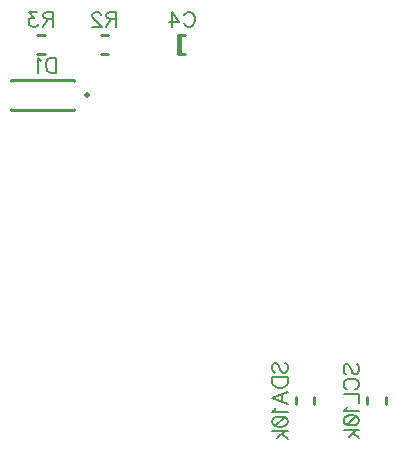
<source format=gbr>
%TF.GenerationSoftware,Novarm,DipTrace,3.3.1.3*%
%TF.CreationDate,2020-02-21T13:34:06+01:00*%
%FSLAX35Y35*%
%MOMM*%
%TF.FileFunction,Legend,Bot*%
%TF.Part,Single*%
%ADD10C,0.25*%
%ADD25O,0.50005X0.50024*%
%ADD59C,0.19608*%
G75*
G01*
%LPD*%
X2855333Y7672053D2*
D10*
Y7512213D1*
X2836413Y7672053D2*
Y7512213D1*
Y7672053D2*
X2896253D1*
X2836413Y7512213D2*
X2896253D1*
D25*
X2065984Y7163553D3*
X1420993Y7033553D2*
D10*
Y7043563D1*
Y7293553D2*
Y7283543D1*
X1950973Y7033553D2*
X1420993D1*
X1950973D2*
Y7043563D1*
Y7293553D2*
X1420993D1*
X1950973D2*
Y7283543D1*
X2239727Y7512213D2*
X2179887D1*
X2239727Y7672053D2*
X2179887D1*
X1645913D2*
X1705753D1*
X1645913Y7512213D2*
X1705753D1*
X4434380Y4543420D2*
Y4603260D1*
X4594220Y4543420D2*
Y4603260D1*
X3831193Y4543420D2*
Y4603260D1*
X3991033Y4543420D2*
Y4603260D1*
X2885941Y7837797D2*
D59*
X2891978Y7849870D1*
X2904191Y7862083D1*
X2916264Y7868120D1*
X2940551D1*
X2952764Y7862083D1*
X2964837Y7849870D1*
X2971014Y7837797D1*
X2977051Y7819547D1*
Y7789083D1*
X2971014Y7770974D1*
X2964837Y7758760D1*
X2952764Y7746687D1*
X2940551Y7740510D1*
X2916264D1*
X2904191Y7746687D1*
X2891978Y7758760D1*
X2885941Y7770974D1*
X2785939Y7740510D2*
Y7867980D1*
X2846725Y7783047D1*
X2755616D1*
X1803363Y7479540D2*
Y7351930D1*
X1760826D1*
X1742576Y7358107D1*
X1730363Y7370180D1*
X1724326Y7382394D1*
X1718290Y7400503D1*
Y7430967D1*
X1724326Y7449217D1*
X1730363Y7461290D1*
X1742576Y7473503D1*
X1760826Y7479540D1*
X1803363D1*
X1679074Y7455113D2*
X1666861Y7461290D1*
X1648611Y7479400D1*
Y7351930D1*
X2314488Y7807333D2*
X2259878D1*
X2241628Y7813510D1*
X2235451Y7819547D1*
X2229415Y7831620D1*
Y7843833D1*
X2235451Y7855906D1*
X2241628Y7862083D1*
X2259878Y7868120D1*
X2314488D1*
Y7740510D1*
X2271951Y7807333D2*
X2229415Y7740510D1*
X2184022Y7837656D2*
Y7843693D1*
X2177985Y7855906D1*
X2171949Y7861943D1*
X2159735Y7867980D1*
X2135449D1*
X2123376Y7861943D1*
X2117339Y7855906D1*
X2111162Y7843693D1*
Y7831620D1*
X2117339Y7819406D1*
X2129412Y7801297D1*
X2190199Y7740510D1*
X2105126D1*
X1780514Y7807333D2*
X1725905D1*
X1707655Y7813510D1*
X1701478Y7819547D1*
X1695441Y7831620D1*
Y7843833D1*
X1701478Y7855906D1*
X1707655Y7862083D1*
X1725905Y7868120D1*
X1780514D1*
Y7740510D1*
X1737978Y7807333D2*
X1695441Y7740510D1*
X1644012Y7867980D2*
X1577329D1*
X1613689Y7819406D1*
X1595439D1*
X1583366Y7813370D1*
X1577329Y7807333D1*
X1571152Y7789083D1*
Y7777010D1*
X1577329Y7758760D1*
X1589402Y7746547D1*
X1607652Y7740510D1*
X1625902D1*
X1644012Y7746547D1*
X1650049Y7752724D1*
X1656225Y7764797D1*
X4256563Y4802007D2*
X4244350Y4814080D1*
X4238313Y4832330D1*
Y4856617D1*
X4244350Y4874867D1*
X4256563Y4887080D1*
X4268637D1*
X4280850Y4880903D1*
X4286887Y4874867D1*
X4292923Y4862794D1*
X4305137Y4826294D1*
X4311173Y4814080D1*
X4317350Y4808044D1*
X4329423Y4802007D1*
X4347673D1*
X4359746Y4814080D1*
X4365923Y4832330D1*
Y4856617D1*
X4359746Y4874867D1*
X4347673Y4887080D1*
X4268637Y4671682D2*
X4256563Y4677718D1*
X4244350Y4689932D1*
X4238314Y4702005D1*
X4238313Y4726291D1*
X4244350Y4738505D1*
X4256563Y4750578D1*
X4268637Y4756755D1*
X4286887Y4762791D1*
X4317350D1*
X4335460Y4756755D1*
X4347673Y4750578D1*
X4359746Y4738505D1*
X4365923Y4726291D1*
Y4702005D1*
X4359746Y4689932D1*
X4347673Y4677718D1*
X4335460Y4671682D1*
X4238314Y4632466D2*
X4365923D1*
Y4559607D1*
X4262740Y4520391D2*
X4256564Y4508177D1*
X4238454Y4489927D1*
X4365923D1*
X4238454Y4414212D2*
X4244490Y4432462D1*
X4262740Y4444675D1*
X4293064Y4450712D1*
X4311314D1*
X4341637Y4444675D1*
X4359887Y4432462D1*
X4365923Y4414212D1*
Y4402139D1*
X4359887Y4383889D1*
X4341637Y4371816D1*
X4311314Y4365639D1*
X4293064D1*
X4262740Y4371816D1*
X4244490Y4383889D1*
X4238454Y4402139D1*
Y4414212D1*
X4262740Y4371816D2*
X4341637Y4444675D1*
X4238313Y4326423D2*
X4365923D1*
X4280850Y4265637D2*
X4341637Y4326423D1*
X4317350Y4302137D2*
X4365923Y4259600D1*
X3653377Y4811202D2*
X3641163Y4823275D1*
X3635127Y4841525D1*
Y4865812D1*
X3641163Y4884062D1*
X3653377Y4896275D1*
X3665450D1*
X3677663Y4890098D1*
X3683700Y4884062D1*
X3689736Y4871989D1*
X3701950Y4835489D1*
X3707986Y4823275D1*
X3714163Y4817239D1*
X3726236Y4811202D1*
X3744486D1*
X3756559Y4823275D1*
X3762736Y4841525D1*
Y4865812D1*
X3756559Y4884062D1*
X3744486Y4896275D1*
X3635127Y4771987D2*
X3762736D1*
Y4729450D1*
X3756559Y4711200D1*
X3744486Y4698987D1*
X3732273Y4692950D1*
X3714163Y4686914D1*
X3683700D1*
X3665450Y4692950D1*
X3653377Y4698987D1*
X3641163Y4711200D1*
X3635127Y4729450D1*
Y4771987D1*
X3762736Y4550411D2*
X3635127Y4599125D1*
X3762736Y4647698D1*
X3720200Y4629448D2*
Y4568661D1*
X3659554Y4511196D2*
X3653377Y4498982D1*
X3635267Y4480732D1*
X3762736D1*
X3635267Y4405017D2*
X3641304Y4423267D1*
X3659554Y4435480D1*
X3689877Y4441517D1*
X3708127D1*
X3738450Y4435480D1*
X3756700Y4423267D1*
X3762736Y4405017D1*
Y4392943D1*
X3756700Y4374693D1*
X3738450Y4362620D1*
X3708127Y4356444D1*
X3689877D1*
X3659554Y4362621D1*
X3641304Y4374694D1*
X3635267Y4392944D1*
Y4405017D1*
X3659554Y4362621D2*
X3738450Y4435480D1*
X3635127Y4317228D2*
X3762736D1*
X3677663Y4256442D2*
X3738450Y4317228D1*
X3714163Y4292941D2*
X3762736Y4250405D1*
M02*

</source>
